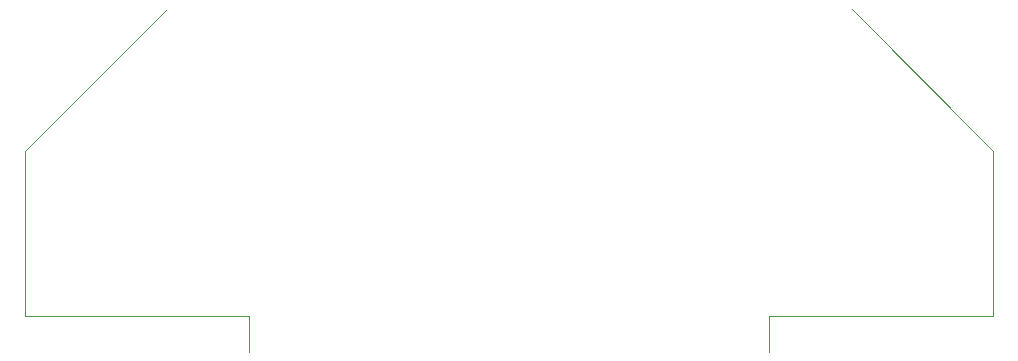
<source format=gbo>
G04 #@! TF.GenerationSoftware,KiCad,Pcbnew,8.0.4*
G04 #@! TF.CreationDate,2025-03-28T18:04:35-04:00*
G04 #@! TF.ProjectId,ballsi,62616c6c-7369-42e6-9b69-6361645f7063,rev?*
G04 #@! TF.SameCoordinates,Original*
G04 #@! TF.FileFunction,Legend,Bot*
G04 #@! TF.FilePolarity,Positive*
%FSLAX46Y46*%
G04 Gerber Fmt 4.6, Leading zero omitted, Abs format (unit mm)*
G04 Created by KiCad (PCBNEW 8.0.4) date 2025-03-28 18:04:35*
%MOMM*%
%LPD*%
G01*
G04 APERTURE LIST*
G04 Aperture macros list*
%AMRoundRect*
0 Rectangle with rounded corners*
0 $1 Rounding radius*
0 $2 $3 $4 $5 $6 $7 $8 $9 X,Y pos of 4 corners*
0 Add a 4 corners polygon primitive as box body*
4,1,4,$2,$3,$4,$5,$6,$7,$8,$9,$2,$3,0*
0 Add four circle primitives for the rounded corners*
1,1,$1+$1,$2,$3*
1,1,$1+$1,$4,$5*
1,1,$1+$1,$6,$7*
1,1,$1+$1,$8,$9*
0 Add four rect primitives between the rounded corners*
20,1,$1+$1,$2,$3,$4,$5,0*
20,1,$1+$1,$4,$5,$6,$7,0*
20,1,$1+$1,$6,$7,$8,$9,0*
20,1,$1+$1,$8,$9,$2,$3,0*%
G04 Aperture macros list end*
%ADD10C,0.100000*%
%ADD11C,3.200000*%
%ADD12R,1.700000X1.700000*%
%ADD13O,1.700000X1.700000*%
%ADD14RoundRect,0.102000X1.225000X-1.225000X1.225000X1.225000X-1.225000X1.225000X-1.225000X-1.225000X0*%
%ADD15C,2.654000*%
%ADD16C,1.600200*%
%ADD17R,1.300000X1.300000*%
%ADD18C,1.300000*%
%ADD19R,3.800000X3.800000*%
%ADD20C,4.000000*%
%ADD21R,1.600000X1.600000*%
%ADD22O,1.600000X1.600000*%
G04 APERTURE END LIST*
D10*
X217500000Y-76000000D02*
X236500000Y-76000000D01*
X173500000Y-76000000D02*
X154500000Y-76000000D01*
X217500000Y-76000000D02*
X217500000Y-79000000D01*
X173500000Y-76000000D02*
X173500000Y-79000000D01*
X166500000Y-50000000D02*
X154500000Y-62000000D01*
X224500000Y-50000000D02*
X236500000Y-62000000D01*
X236500000Y-62000000D02*
X236500000Y-76000000D01*
X154500000Y-62000000D02*
X154500000Y-76000000D01*
%LPC*%
D11*
X237500000Y-53000000D03*
X153500000Y-53000000D03*
D12*
X233525000Y-72525000D03*
D13*
X230985000Y-72525000D03*
X228445000Y-72525000D03*
D12*
X204420000Y-62000000D03*
D13*
X206960000Y-62000000D03*
X209500000Y-62000000D03*
D14*
X176600000Y-84500000D03*
D15*
X181300000Y-84500000D03*
X186000000Y-84500000D03*
D16*
X207500000Y-84000000D03*
X199880000Y-84000000D03*
X192260000Y-84000000D03*
X189720000Y-84000000D03*
D17*
X185000000Y-77540000D03*
D18*
X185000000Y-75000000D03*
X177380000Y-75000000D03*
X177380000Y-77540000D03*
D13*
X199000000Y-70420000D03*
X199000000Y-72960000D03*
X199000000Y-75500000D03*
D12*
X199000000Y-78040000D03*
D19*
X214000000Y-80000000D03*
D20*
X214000000Y-85000000D03*
D12*
X192420000Y-62000000D03*
D13*
X194960000Y-62000000D03*
X197500000Y-62000000D03*
D12*
X162500000Y-72525000D03*
D13*
X159960000Y-72525000D03*
X157420000Y-72525000D03*
D12*
X180420000Y-62000000D03*
D13*
X182960000Y-62000000D03*
X185500000Y-62000000D03*
X233290000Y-65975000D03*
D12*
X230750000Y-65975000D03*
X157500000Y-66000000D03*
D13*
X160040000Y-66000000D03*
D21*
X177500000Y-105740000D03*
D22*
X180040000Y-105740000D03*
X182580000Y-105740000D03*
X185120000Y-105740000D03*
X187660000Y-105740000D03*
X190200000Y-105740000D03*
X192740000Y-105740000D03*
X195280000Y-105740000D03*
X197820000Y-105740000D03*
X200360000Y-105740000D03*
X202900000Y-105740000D03*
X205440000Y-105740000D03*
X207980000Y-105740000D03*
X210520000Y-105740000D03*
X213060000Y-105740000D03*
X213060000Y-90500000D03*
X210520000Y-90500000D03*
X207980000Y-90500000D03*
X205440000Y-90500000D03*
X202900000Y-90500000D03*
X200360000Y-90500000D03*
X197820000Y-90500000D03*
X195280000Y-90500000D03*
X192740000Y-90500000D03*
X190200000Y-90500000D03*
X187660000Y-90500000D03*
X185120000Y-90500000D03*
X182580000Y-90500000D03*
X180040000Y-90500000D03*
X177500000Y-90500000D03*
%LPD*%
M02*

</source>
